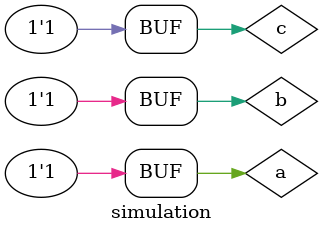
<source format=v>
module Half_Adder(a, b, sum, carry);
  //Inputs and outputs of 1-bit half-adder
  input a, b;
  output sum, carry;
  
  assign {carry, sum} = a + b;    //Assigning 
  
endmodule

module Full_Adder(a, b, c, sum, carry);
  
  input a, b, c;
  output sum, carry;
  wire s1, c1, c2;
  
  Half_Adder HA_1(a, b, s1, c1);
  Half_Adder HA_2(s1, c, sum, c2);
  
  assign carry = c1 | c2;
  
endmodule

module simulation();
  
  reg a, b, c;
  wire sum, carry;
  
  Full_Adder FA (a, b, c, sum, carry);
  
  initial 
  begin
    a = 0;  b = 0;  c = 0;
    
    #10
    a = 1;
    
    #10
    b = 1;
    
    #10
    c = 1;
  end
  
  initial 
  begin
      $monitor ("a = %d, b = %d, c = %d and sum = %d and carry = %d", a, b, c, sum, carry);
  end
  
endmodule
</source>
